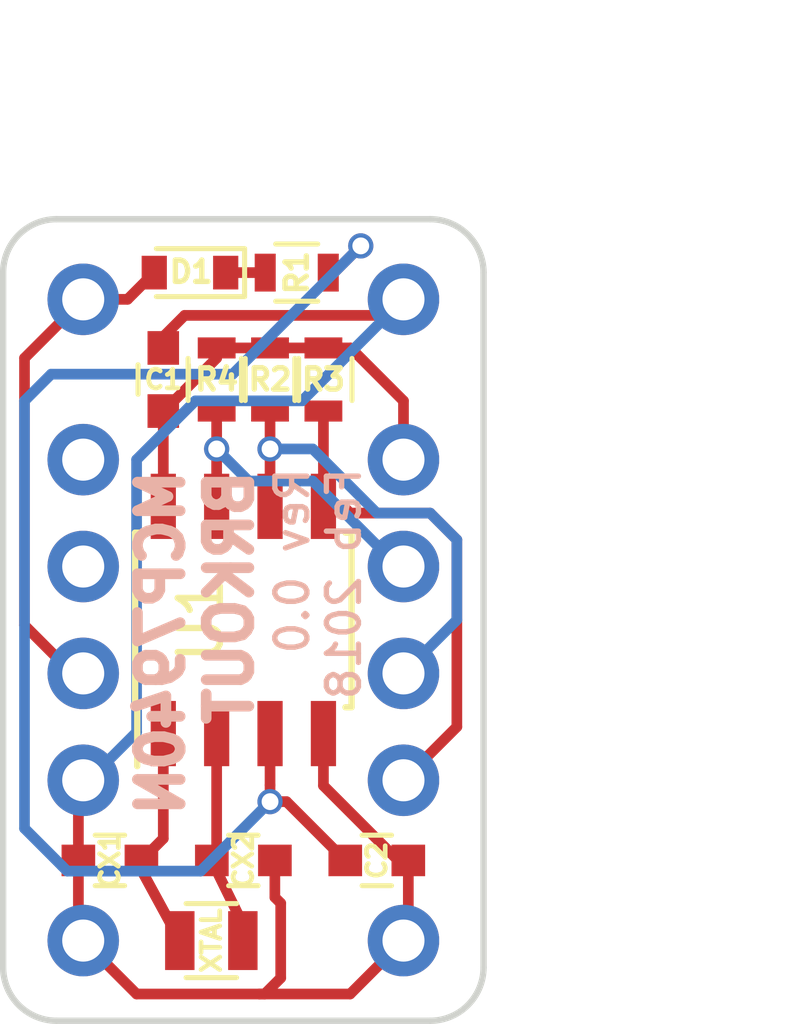
<source format=kicad_pcb>
(kicad_pcb (version 4) (host pcbnew 4.0.7)

  (general
    (links 28)
    (no_connects 0)
    (area 145.339999 103.429999 156.920001 122.630001)
    (thickness 1.6)
    (drawings 13)
    (tracks 93)
    (zones 0)
    (modules 17)
    (nets 13)
  )

  (page USLetter)
  (title_block
    (title "Arduino Clock")
    (company "Maker's Box")
  )

  (layers
    (0 F.Cu signal)
    (31 B.Cu signal)
    (32 B.Adhes user)
    (33 F.Adhes user)
    (34 B.Paste user)
    (35 F.Paste user)
    (36 B.SilkS user)
    (37 F.SilkS user)
    (38 B.Mask user)
    (39 F.Mask user)
    (40 Dwgs.User user)
    (41 Cmts.User user)
    (42 Eco1.User user)
    (43 Eco2.User user)
    (44 Edge.Cuts user)
    (45 Margin user)
    (46 B.CrtYd user)
    (47 F.CrtYd user)
    (48 B.Fab user)
    (49 F.Fab user hide)
  )

  (setup
    (last_trace_width 0.25)
    (user_trace_width 0.254)
    (user_trace_width 0.3048)
    (user_trace_width 0.4064)
    (user_trace_width 0.6096)
    (trace_clearance 0.2)
    (zone_clearance 0.508)
    (zone_45_only no)
    (trace_min 0.2)
    (segment_width 0.2)
    (edge_width 0.15)
    (via_size 0.6)
    (via_drill 0.4)
    (via_min_size 0.4)
    (via_min_drill 0.3)
    (uvia_size 0.3)
    (uvia_drill 0.1)
    (uvias_allowed no)
    (uvia_min_size 0.2)
    (uvia_min_drill 0.1)
    (pcb_text_width 0.3)
    (pcb_text_size 1.5 1.5)
    (mod_edge_width 0.15)
    (mod_text_size 1 1)
    (mod_text_width 0.15)
    (pad_size 1.7 1.7)
    (pad_drill 1)
    (pad_to_mask_clearance 0)
    (aux_axis_origin 0 0)
    (visible_elements 7FFEFFFF)
    (pcbplotparams
      (layerselection 0x00030_80000001)
      (usegerberextensions false)
      (excludeedgelayer true)
      (linewidth 0.100000)
      (plotframeref false)
      (viasonmask false)
      (mode 1)
      (useauxorigin false)
      (hpglpennumber 1)
      (hpglpenspeed 20)
      (hpglpendiameter 15)
      (hpglpenoverlay 2)
      (psnegative false)
      (psa4output false)
      (plotreference true)
      (plotvalue true)
      (plotinvisibletext false)
      (padsonsilk false)
      (subtractmaskfromsilk false)
      (outputformat 1)
      (mirror false)
      (drillshape 1)
      (scaleselection 1)
      (outputdirectory ""))
  )

  (net 0 "")
  (net 1 GND)
  (net 2 VCC)
  (net 3 "Net-(CX1-Pad1)")
  (net 4 "Net-(CX2-Pad1)")
  (net 5 /SDA)
  (net 6 /SCL)
  (net 7 "Net-(C2-Pad2)")
  (net 8 /MFP)
  (net 9 "Net-(D1-Pad1)")
  (net 10 /VBAT)
  (net 11 "Net-(JL1-Pad1)")
  (net 12 "Net-(JL1-Pad2)")

  (net_class Default "This is the default net class."
    (clearance 0.2)
    (trace_width 0.25)
    (via_dia 0.6)
    (via_drill 0.4)
    (uvia_dia 0.3)
    (uvia_drill 0.1)
    (add_net /MFP)
    (add_net /SCL)
    (add_net /SDA)
    (add_net /VBAT)
    (add_net GND)
    (add_net "Net-(C2-Pad2)")
    (add_net "Net-(CX1-Pad1)")
    (add_net "Net-(CX2-Pad1)")
    (add_net "Net-(D1-Pad1)")
    (add_net "Net-(JL1-Pad1)")
    (add_net "Net-(JL1-Pad2)")
    (add_net VCC)
  )

  (module footprints:C_0603 (layer F.Cu) (tedit 5A92F5FD) (tstamp 5A939B2C)
    (at 149.225 107.315 270)
    (descr "Capacitor SMD 0603, reflow soldering, AVX (see smccp.pdf)")
    (tags "capacitor 0603")
    (path /5A8E98CC)
    (attr smd)
    (fp_text reference C1 (at 0 0 360) (layer F.SilkS)
      (effects (font (size 0.4445 0.4445) (thickness 0.111125)))
    )
    (fp_text value 0.1uF (at 0 1.5 270) (layer F.Fab)
      (effects (font (size 1 1) (thickness 0.15)))
    )
    (fp_line (start 1.4 0.65) (end -1.4 0.65) (layer F.CrtYd) (width 0.05))
    (fp_line (start 1.4 0.65) (end 1.4 -0.65) (layer F.CrtYd) (width 0.05))
    (fp_line (start -1.4 -0.65) (end -1.4 0.65) (layer F.CrtYd) (width 0.05))
    (fp_line (start -1.4 -0.65) (end 1.4 -0.65) (layer F.CrtYd) (width 0.05))
    (fp_line (start 0.35 0.6) (end -0.35 0.6) (layer F.SilkS) (width 0.12))
    (fp_line (start -0.35 -0.6) (end 0.35 -0.6) (layer F.SilkS) (width 0.12))
    (fp_line (start -0.8 -0.4) (end 0.8 -0.4) (layer F.Fab) (width 0.1))
    (fp_line (start 0.8 -0.4) (end 0.8 0.4) (layer F.Fab) (width 0.1))
    (fp_line (start 0.8 0.4) (end -0.8 0.4) (layer F.Fab) (width 0.1))
    (fp_line (start -0.8 0.4) (end -0.8 -0.4) (layer F.Fab) (width 0.1))
    (fp_text user %R (at 0 0 270) (layer F.Fab)
      (effects (font (size 0.3 0.3) (thickness 0.075)))
    )
    (pad 2 smd rect (at 0.75 0 270) (size 0.8 0.75) (layers F.Cu F.Paste F.Mask)
      (net 2 VCC))
    (pad 1 smd rect (at -0.75 0 270) (size 0.8 0.75) (layers F.Cu F.Paste F.Mask)
      (net 1 GND))
    (model Capacitors_SMD.3dshapes/C_0603.wrl
      (at (xyz 0 0 0))
      (scale (xyz 1 1 1))
      (rotate (xyz 0 0 0))
    )
  )

  (module footprints:C_0603 (layer F.Cu) (tedit 5A92F5FD) (tstamp 5A939B3C)
    (at 154.305 118.745 180)
    (descr "Capacitor SMD 0603, reflow soldering, AVX (see smccp.pdf)")
    (tags "capacitor 0603")
    (path /5A9391E2)
    (attr smd)
    (fp_text reference C2 (at 0 0 270) (layer F.SilkS)
      (effects (font (size 0.4445 0.4445) (thickness 0.111125)))
    )
    (fp_text value 100pF (at 0 1.5 180) (layer F.Fab)
      (effects (font (size 1 1) (thickness 0.15)))
    )
    (fp_line (start 1.4 0.65) (end -1.4 0.65) (layer F.CrtYd) (width 0.05))
    (fp_line (start 1.4 0.65) (end 1.4 -0.65) (layer F.CrtYd) (width 0.05))
    (fp_line (start -1.4 -0.65) (end -1.4 0.65) (layer F.CrtYd) (width 0.05))
    (fp_line (start -1.4 -0.65) (end 1.4 -0.65) (layer F.CrtYd) (width 0.05))
    (fp_line (start 0.35 0.6) (end -0.35 0.6) (layer F.SilkS) (width 0.12))
    (fp_line (start -0.35 -0.6) (end 0.35 -0.6) (layer F.SilkS) (width 0.12))
    (fp_line (start -0.8 -0.4) (end 0.8 -0.4) (layer F.Fab) (width 0.1))
    (fp_line (start 0.8 -0.4) (end 0.8 0.4) (layer F.Fab) (width 0.1))
    (fp_line (start 0.8 0.4) (end -0.8 0.4) (layer F.Fab) (width 0.1))
    (fp_line (start -0.8 0.4) (end -0.8 -0.4) (layer F.Fab) (width 0.1))
    (fp_text user %R (at 0 0 180) (layer F.Fab)
      (effects (font (size 0.3 0.3) (thickness 0.075)))
    )
    (pad 2 smd rect (at 0.75 0 180) (size 0.8 0.75) (layers F.Cu F.Paste F.Mask)
      (net 7 "Net-(C2-Pad2)"))
    (pad 1 smd rect (at -0.75 0 180) (size 0.8 0.75) (layers F.Cu F.Paste F.Mask)
      (net 1 GND))
    (model Capacitors_SMD.3dshapes/C_0603.wrl
      (at (xyz 0 0 0))
      (scale (xyz 1 1 1))
      (rotate (xyz 0 0 0))
    )
  )

  (module footprints:C_0603 (layer F.Cu) (tedit 5A92F5FD) (tstamp 5A939B4C)
    (at 147.955 118.745 180)
    (descr "Capacitor SMD 0603, reflow soldering, AVX (see smccp.pdf)")
    (tags "capacitor 0603")
    (path /5A9384A5)
    (attr smd)
    (fp_text reference CX1 (at 0 0 270) (layer F.SilkS)
      (effects (font (size 0.4445 0.4445) (thickness 0.111125)))
    )
    (fp_text value 10pF (at 0 1.5 180) (layer F.Fab)
      (effects (font (size 1 1) (thickness 0.15)))
    )
    (fp_line (start 1.4 0.65) (end -1.4 0.65) (layer F.CrtYd) (width 0.05))
    (fp_line (start 1.4 0.65) (end 1.4 -0.65) (layer F.CrtYd) (width 0.05))
    (fp_line (start -1.4 -0.65) (end -1.4 0.65) (layer F.CrtYd) (width 0.05))
    (fp_line (start -1.4 -0.65) (end 1.4 -0.65) (layer F.CrtYd) (width 0.05))
    (fp_line (start 0.35 0.6) (end -0.35 0.6) (layer F.SilkS) (width 0.12))
    (fp_line (start -0.35 -0.6) (end 0.35 -0.6) (layer F.SilkS) (width 0.12))
    (fp_line (start -0.8 -0.4) (end 0.8 -0.4) (layer F.Fab) (width 0.1))
    (fp_line (start 0.8 -0.4) (end 0.8 0.4) (layer F.Fab) (width 0.1))
    (fp_line (start 0.8 0.4) (end -0.8 0.4) (layer F.Fab) (width 0.1))
    (fp_line (start -0.8 0.4) (end -0.8 -0.4) (layer F.Fab) (width 0.1))
    (fp_text user %R (at 0 0 180) (layer F.Fab)
      (effects (font (size 0.3 0.3) (thickness 0.075)))
    )
    (pad 2 smd rect (at 0.75 0 180) (size 0.8 0.75) (layers F.Cu F.Paste F.Mask)
      (net 1 GND))
    (pad 1 smd rect (at -0.75 0 180) (size 0.8 0.75) (layers F.Cu F.Paste F.Mask)
      (net 3 "Net-(CX1-Pad1)"))
    (model Capacitors_SMD.3dshapes/C_0603.wrl
      (at (xyz 0 0 0))
      (scale (xyz 1 1 1))
      (rotate (xyz 0 0 0))
    )
  )

  (module footprints:C_0603 (layer F.Cu) (tedit 5A92F5FD) (tstamp 5A939B5C)
    (at 151.13 118.745)
    (descr "Capacitor SMD 0603, reflow soldering, AVX (see smccp.pdf)")
    (tags "capacitor 0603")
    (path /5A9384E8)
    (attr smd)
    (fp_text reference CX2 (at 0 0 90) (layer F.SilkS)
      (effects (font (size 0.4445 0.4445) (thickness 0.111125)))
    )
    (fp_text value 10pF (at 0 1.5) (layer F.Fab)
      (effects (font (size 1 1) (thickness 0.15)))
    )
    (fp_line (start 1.4 0.65) (end -1.4 0.65) (layer F.CrtYd) (width 0.05))
    (fp_line (start 1.4 0.65) (end 1.4 -0.65) (layer F.CrtYd) (width 0.05))
    (fp_line (start -1.4 -0.65) (end -1.4 0.65) (layer F.CrtYd) (width 0.05))
    (fp_line (start -1.4 -0.65) (end 1.4 -0.65) (layer F.CrtYd) (width 0.05))
    (fp_line (start 0.35 0.6) (end -0.35 0.6) (layer F.SilkS) (width 0.12))
    (fp_line (start -0.35 -0.6) (end 0.35 -0.6) (layer F.SilkS) (width 0.12))
    (fp_line (start -0.8 -0.4) (end 0.8 -0.4) (layer F.Fab) (width 0.1))
    (fp_line (start 0.8 -0.4) (end 0.8 0.4) (layer F.Fab) (width 0.1))
    (fp_line (start 0.8 0.4) (end -0.8 0.4) (layer F.Fab) (width 0.1))
    (fp_line (start -0.8 0.4) (end -0.8 -0.4) (layer F.Fab) (width 0.1))
    (fp_text user %R (at 0 0) (layer F.Fab)
      (effects (font (size 0.3 0.3) (thickness 0.075)))
    )
    (pad 2 smd rect (at 0.75 0) (size 0.8 0.75) (layers F.Cu F.Paste F.Mask)
      (net 1 GND))
    (pad 1 smd rect (at -0.75 0) (size 0.8 0.75) (layers F.Cu F.Paste F.Mask)
      (net 4 "Net-(CX2-Pad1)"))
    (model Capacitors_SMD.3dshapes/C_0603.wrl
      (at (xyz 0 0 0))
      (scale (xyz 1 1 1))
      (rotate (xyz 0 0 0))
    )
  )

  (module footprints:D_0603 (layer F.Cu) (tedit 5A92F5A2) (tstamp 5A939B6C)
    (at 149.86 104.775 180)
    (descr "Diode SMD in 0603 package http://datasheets.avx.com/schottky.pdf")
    (tags "smd diode")
    (path /5A93903A)
    (attr smd)
    (fp_text reference D1 (at -0.02736 0.01904 180) (layer F.SilkS)
      (effects (font (size 0.508 0.508) (thickness 0.127)))
    )
    (fp_text value D_Schottky (at 0 1.4 180) (layer F.Fab)
      (effects (font (size 1 1) (thickness 0.15)))
    )
    (fp_text user %R (at 0 -1.4 180) (layer F.Fab)
      (effects (font (size 1 1) (thickness 0.15)))
    )
    (fp_line (start -1.3 -0.57) (end -1.3 0.57) (layer F.SilkS) (width 0.12))
    (fp_line (start 1.4 0.67) (end 1.4 -0.67) (layer F.CrtYd) (width 0.05))
    (fp_line (start -1.4 0.67) (end 1.4 0.67) (layer F.CrtYd) (width 0.05))
    (fp_line (start -1.4 -0.67) (end -1.4 0.67) (layer F.CrtYd) (width 0.05))
    (fp_line (start 1.4 -0.67) (end -1.4 -0.67) (layer F.CrtYd) (width 0.05))
    (fp_line (start 0.2 0) (end 0.4 0) (layer F.Fab) (width 0.1))
    (fp_line (start -0.1 0) (end -0.3 0) (layer F.Fab) (width 0.1))
    (fp_line (start -0.1 -0.2) (end -0.1 0.2) (layer F.Fab) (width 0.1))
    (fp_line (start 0.2 0.2) (end 0.2 -0.2) (layer F.Fab) (width 0.1))
    (fp_line (start -0.1 0) (end 0.2 0.2) (layer F.Fab) (width 0.1))
    (fp_line (start 0.2 -0.2) (end -0.1 0) (layer F.Fab) (width 0.1))
    (fp_line (start -0.8 0.45) (end -0.8 -0.45) (layer F.Fab) (width 0.1))
    (fp_line (start 0.8 0.45) (end -0.8 0.45) (layer F.Fab) (width 0.1))
    (fp_line (start 0.8 -0.45) (end 0.8 0.45) (layer F.Fab) (width 0.1))
    (fp_line (start -0.8 -0.45) (end 0.8 -0.45) (layer F.Fab) (width 0.1))
    (fp_line (start -1.3 0.57) (end 0.8 0.57) (layer F.SilkS) (width 0.12))
    (fp_line (start -1.3 -0.57) (end 0.8 -0.57) (layer F.SilkS) (width 0.12))
    (pad 1 smd rect (at -0.85 0 180) (size 0.6 0.8) (layers F.Cu F.Paste F.Mask)
      (net 9 "Net-(D1-Pad1)"))
    (pad 2 smd rect (at 0.85 0 180) (size 0.6 0.8) (layers F.Cu F.Paste F.Mask)
      (net 10 /VBAT))
    (model ${KISYS3DMOD}/Diodes_SMD.3dshapes/D_0603.wrl
      (at (xyz 0 0 0))
      (scale (xyz 1 1 1))
      (rotate (xyz 0 0 0))
    )
  )

  (module footprints:Pin_Header_Straight_1x04_Pitch2.54mm (layer F.Cu) (tedit 5A9245DB) (tstamp 5A939B83)
    (at 147.32 109.22)
    (descr "Through hole straight pin header, 1x04, 2.54mm pitch, single row")
    (tags "Through hole pin header THT 1x04 2.54mm single row")
    (path /5A939A54)
    (fp_text reference JL1 (at 0.08128 3.94208 90) (layer F.SilkS) hide
      (effects (font (size 1 1) (thickness 0.15)))
    )
    (fp_text value Conn_01x04 (at 0 9.95) (layer F.Fab) hide
      (effects (font (size 1 1) (thickness 0.15)))
    )
    (fp_line (start -0.635 -1.27) (end 1.27 -1.27) (layer F.Fab) (width 0.1))
    (fp_line (start 1.27 -1.27) (end 1.27 8.89) (layer F.Fab) (width 0.1))
    (fp_line (start 1.27 8.89) (end -1.27 8.89) (layer F.Fab) (width 0.1))
    (fp_line (start -1.27 8.89) (end -1.27 -0.635) (layer F.Fab) (width 0.1))
    (fp_line (start -1.27 -0.635) (end -0.635 -1.27) (layer F.Fab) (width 0.1))
    (fp_line (start -1.8 -1.8) (end -1.8 9.4) (layer F.CrtYd) (width 0.05))
    (fp_line (start -1.8 9.4) (end 1.8 9.4) (layer F.CrtYd) (width 0.05))
    (fp_line (start 1.8 9.4) (end 1.8 -1.8) (layer F.CrtYd) (width 0.05))
    (fp_line (start 1.8 -1.8) (end -1.8 -1.8) (layer F.CrtYd) (width 0.05))
    (fp_text user %R (at 0 3.81 90) (layer F.Fab)
      (effects (font (size 1 1) (thickness 0.15)))
    )
    (pad 1 thru_hole circle (at 0 0) (size 1.7 1.7) (drill 1) (layers *.Cu *.Mask)
      (net 11 "Net-(JL1-Pad1)"))
    (pad 2 thru_hole oval (at 0 2.54) (size 1.7 1.7) (drill 1) (layers *.Cu *.Mask)
      (net 12 "Net-(JL1-Pad2)"))
    (pad 3 thru_hole oval (at 0 5.08) (size 1.7 1.7) (drill 1) (layers *.Cu *.Mask)
      (net 10 /VBAT))
    (pad 4 thru_hole oval (at 0 7.62) (size 1.7 1.7) (drill 1) (layers *.Cu *.Mask)
      (net 1 GND))
  )

  (module footprints:Pin_Header_Straight_1x04_Pitch2.54mm (layer F.Cu) (tedit 5A9245DB) (tstamp 5A939B94)
    (at 154.94 109.22)
    (descr "Through hole straight pin header, 1x04, 2.54mm pitch, single row")
    (tags "Through hole pin header THT 1x04 2.54mm single row")
    (path /5A939751)
    (fp_text reference JR1 (at 0.08128 3.94208 90) (layer F.SilkS) hide
      (effects (font (size 1 1) (thickness 0.15)))
    )
    (fp_text value Conn_01x04 (at 0 9.95) (layer F.Fab) hide
      (effects (font (size 1 1) (thickness 0.15)))
    )
    (fp_line (start -0.635 -1.27) (end 1.27 -1.27) (layer F.Fab) (width 0.1))
    (fp_line (start 1.27 -1.27) (end 1.27 8.89) (layer F.Fab) (width 0.1))
    (fp_line (start 1.27 8.89) (end -1.27 8.89) (layer F.Fab) (width 0.1))
    (fp_line (start -1.27 8.89) (end -1.27 -0.635) (layer F.Fab) (width 0.1))
    (fp_line (start -1.27 -0.635) (end -0.635 -1.27) (layer F.Fab) (width 0.1))
    (fp_line (start -1.8 -1.8) (end -1.8 9.4) (layer F.CrtYd) (width 0.05))
    (fp_line (start -1.8 9.4) (end 1.8 9.4) (layer F.CrtYd) (width 0.05))
    (fp_line (start 1.8 9.4) (end 1.8 -1.8) (layer F.CrtYd) (width 0.05))
    (fp_line (start 1.8 -1.8) (end -1.8 -1.8) (layer F.CrtYd) (width 0.05))
    (fp_text user %R (at 0 3.81 90) (layer F.Fab)
      (effects (font (size 1 1) (thickness 0.15)))
    )
    (pad 1 thru_hole circle (at 0 0) (size 1.7 1.7) (drill 1) (layers *.Cu *.Mask)
      (net 2 VCC))
    (pad 2 thru_hole oval (at 0 2.54) (size 1.7 1.7) (drill 1) (layers *.Cu *.Mask)
      (net 8 /MFP))
    (pad 3 thru_hole oval (at 0 5.08) (size 1.7 1.7) (drill 1) (layers *.Cu *.Mask)
      (net 6 /SCL))
    (pad 4 thru_hole oval (at 0 7.62) (size 1.7 1.7) (drill 1) (layers *.Cu *.Mask)
      (net 5 /SDA))
  )

  (module footprints:R_0603 (layer F.Cu) (tedit 5A92F73A) (tstamp 5A939BA5)
    (at 152.4 104.775)
    (descr "Resistor SMD 0603, reflow soldering, Vishay (see dcrcw.pdf)")
    (tags "resistor 0603")
    (path /5A939071)
    (attr smd)
    (fp_text reference R1 (at 0 0 90) (layer F.SilkS)
      (effects (font (size 0.508 0.508) (thickness 0.127)))
    )
    (fp_text value 1K (at 0 1.5) (layer F.Fab)
      (effects (font (size 1 1) (thickness 0.15)))
    )
    (fp_text user %R (at 0 0) (layer F.Fab)
      (effects (font (size 0.4 0.4) (thickness 0.075)))
    )
    (fp_line (start -0.8 0.4) (end -0.8 -0.4) (layer F.Fab) (width 0.1))
    (fp_line (start 0.8 0.4) (end -0.8 0.4) (layer F.Fab) (width 0.1))
    (fp_line (start 0.8 -0.4) (end 0.8 0.4) (layer F.Fab) (width 0.1))
    (fp_line (start -0.8 -0.4) (end 0.8 -0.4) (layer F.Fab) (width 0.1))
    (fp_line (start 0.5 0.68) (end -0.5 0.68) (layer F.SilkS) (width 0.12))
    (fp_line (start -0.5 -0.68) (end 0.5 -0.68) (layer F.SilkS) (width 0.12))
    (fp_line (start -1.25 -0.7) (end 1.25 -0.7) (layer F.CrtYd) (width 0.05))
    (fp_line (start -1.25 -0.7) (end -1.25 0.7) (layer F.CrtYd) (width 0.05))
    (fp_line (start 1.25 0.7) (end 1.25 -0.7) (layer F.CrtYd) (width 0.05))
    (fp_line (start 1.25 0.7) (end -1.25 0.7) (layer F.CrtYd) (width 0.05))
    (pad 1 smd rect (at -0.75 0) (size 0.5 0.9) (layers F.Cu F.Paste F.Mask)
      (net 9 "Net-(D1-Pad1)"))
    (pad 2 smd rect (at 0.75 0) (size 0.5 0.9) (layers F.Cu F.Paste F.Mask)
      (net 7 "Net-(C2-Pad2)"))
    (model ${KISYS3DMOD}/Resistors_SMD.3dshapes/R_0603.wrl
      (at (xyz 0 0 0))
      (scale (xyz 1 1 1))
      (rotate (xyz 0 0 0))
    )
  )

  (module footprints:R_0603 (layer F.Cu) (tedit 5A92F73A) (tstamp 5A939BB5)
    (at 151.765 107.315 90)
    (descr "Resistor SMD 0603, reflow soldering, Vishay (see dcrcw.pdf)")
    (tags "resistor 0603")
    (path /5A93696B)
    (attr smd)
    (fp_text reference R2 (at 0 0 180) (layer F.SilkS)
      (effects (font (size 0.508 0.508) (thickness 0.127)))
    )
    (fp_text value 2K (at 0 1.5 90) (layer F.Fab)
      (effects (font (size 1 1) (thickness 0.15)))
    )
    (fp_text user %R (at 0 0 90) (layer F.Fab)
      (effects (font (size 0.4 0.4) (thickness 0.075)))
    )
    (fp_line (start -0.8 0.4) (end -0.8 -0.4) (layer F.Fab) (width 0.1))
    (fp_line (start 0.8 0.4) (end -0.8 0.4) (layer F.Fab) (width 0.1))
    (fp_line (start 0.8 -0.4) (end 0.8 0.4) (layer F.Fab) (width 0.1))
    (fp_line (start -0.8 -0.4) (end 0.8 -0.4) (layer F.Fab) (width 0.1))
    (fp_line (start 0.5 0.68) (end -0.5 0.68) (layer F.SilkS) (width 0.12))
    (fp_line (start -0.5 -0.68) (end 0.5 -0.68) (layer F.SilkS) (width 0.12))
    (fp_line (start -1.25 -0.7) (end 1.25 -0.7) (layer F.CrtYd) (width 0.05))
    (fp_line (start -1.25 -0.7) (end -1.25 0.7) (layer F.CrtYd) (width 0.05))
    (fp_line (start 1.25 0.7) (end 1.25 -0.7) (layer F.CrtYd) (width 0.05))
    (fp_line (start 1.25 0.7) (end -1.25 0.7) (layer F.CrtYd) (width 0.05))
    (pad 1 smd rect (at -0.75 0 90) (size 0.5 0.9) (layers F.Cu F.Paste F.Mask)
      (net 6 /SCL))
    (pad 2 smd rect (at 0.75 0 90) (size 0.5 0.9) (layers F.Cu F.Paste F.Mask)
      (net 2 VCC))
    (model ${KISYS3DMOD}/Resistors_SMD.3dshapes/R_0603.wrl
      (at (xyz 0 0 0))
      (scale (xyz 1 1 1))
      (rotate (xyz 0 0 0))
    )
  )

  (module footprints:R_0603 (layer F.Cu) (tedit 5A92F73A) (tstamp 5A939BC5)
    (at 153.035 107.315 90)
    (descr "Resistor SMD 0603, reflow soldering, Vishay (see dcrcw.pdf)")
    (tags "resistor 0603")
    (path /5A9368CC)
    (attr smd)
    (fp_text reference R3 (at 0 0 180) (layer F.SilkS)
      (effects (font (size 0.508 0.508) (thickness 0.127)))
    )
    (fp_text value 2K (at 0 1.5 90) (layer F.Fab)
      (effects (font (size 1 1) (thickness 0.15)))
    )
    (fp_text user %R (at 0 0 90) (layer F.Fab)
      (effects (font (size 0.4 0.4) (thickness 0.075)))
    )
    (fp_line (start -0.8 0.4) (end -0.8 -0.4) (layer F.Fab) (width 0.1))
    (fp_line (start 0.8 0.4) (end -0.8 0.4) (layer F.Fab) (width 0.1))
    (fp_line (start 0.8 -0.4) (end 0.8 0.4) (layer F.Fab) (width 0.1))
    (fp_line (start -0.8 -0.4) (end 0.8 -0.4) (layer F.Fab) (width 0.1))
    (fp_line (start 0.5 0.68) (end -0.5 0.68) (layer F.SilkS) (width 0.12))
    (fp_line (start -0.5 -0.68) (end 0.5 -0.68) (layer F.SilkS) (width 0.12))
    (fp_line (start -1.25 -0.7) (end 1.25 -0.7) (layer F.CrtYd) (width 0.05))
    (fp_line (start -1.25 -0.7) (end -1.25 0.7) (layer F.CrtYd) (width 0.05))
    (fp_line (start 1.25 0.7) (end 1.25 -0.7) (layer F.CrtYd) (width 0.05))
    (fp_line (start 1.25 0.7) (end -1.25 0.7) (layer F.CrtYd) (width 0.05))
    (pad 1 smd rect (at -0.75 0 90) (size 0.5 0.9) (layers F.Cu F.Paste F.Mask)
      (net 5 /SDA))
    (pad 2 smd rect (at 0.75 0 90) (size 0.5 0.9) (layers F.Cu F.Paste F.Mask)
      (net 2 VCC))
    (model ${KISYS3DMOD}/Resistors_SMD.3dshapes/R_0603.wrl
      (at (xyz 0 0 0))
      (scale (xyz 1 1 1))
      (rotate (xyz 0 0 0))
    )
  )

  (module footprints:R_0603 (layer F.Cu) (tedit 5A92F73A) (tstamp 5A939BD5)
    (at 150.495 107.315 90)
    (descr "Resistor SMD 0603, reflow soldering, Vishay (see dcrcw.pdf)")
    (tags "resistor 0603")
    (path /5A93A18F)
    (attr smd)
    (fp_text reference R4 (at 0 0 180) (layer F.SilkS)
      (effects (font (size 0.508 0.508) (thickness 0.127)))
    )
    (fp_text value 10K (at 0 1.5 90) (layer F.Fab)
      (effects (font (size 1 1) (thickness 0.15)))
    )
    (fp_text user %R (at 0 0 90) (layer F.Fab)
      (effects (font (size 0.4 0.4) (thickness 0.075)))
    )
    (fp_line (start -0.8 0.4) (end -0.8 -0.4) (layer F.Fab) (width 0.1))
    (fp_line (start 0.8 0.4) (end -0.8 0.4) (layer F.Fab) (width 0.1))
    (fp_line (start 0.8 -0.4) (end 0.8 0.4) (layer F.Fab) (width 0.1))
    (fp_line (start -0.8 -0.4) (end 0.8 -0.4) (layer F.Fab) (width 0.1))
    (fp_line (start 0.5 0.68) (end -0.5 0.68) (layer F.SilkS) (width 0.12))
    (fp_line (start -0.5 -0.68) (end 0.5 -0.68) (layer F.SilkS) (width 0.12))
    (fp_line (start -1.25 -0.7) (end 1.25 -0.7) (layer F.CrtYd) (width 0.05))
    (fp_line (start -1.25 -0.7) (end -1.25 0.7) (layer F.CrtYd) (width 0.05))
    (fp_line (start 1.25 0.7) (end 1.25 -0.7) (layer F.CrtYd) (width 0.05))
    (fp_line (start 1.25 0.7) (end -1.25 0.7) (layer F.CrtYd) (width 0.05))
    (pad 1 smd rect (at -0.75 0 90) (size 0.5 0.9) (layers F.Cu F.Paste F.Mask)
      (net 8 /MFP))
    (pad 2 smd rect (at 0.75 0 90) (size 0.5 0.9) (layers F.Cu F.Paste F.Mask)
      (net 2 VCC))
    (model ${KISYS3DMOD}/Resistors_SMD.3dshapes/R_0603.wrl
      (at (xyz 0 0 0))
      (scale (xyz 1 1 1))
      (rotate (xyz 0 0 0))
    )
  )

  (module footprints:SOIC-8_3.9x4.9mm_Pitch1.27mm (layer F.Cu) (tedit 5A92F525) (tstamp 5A939BE5)
    (at 151.13 113.03 90)
    (descr "8-Lead Plastic Small Outline (SN) - Narrow, 3.90 mm Body [SOIC] (see Microchip Packaging Specification 00000049BS.pdf)")
    (tags "SOIC 1.27")
    (path /5A8E6B76)
    (attr smd)
    (fp_text reference U1 (at 0 -1.016 90) (layer F.SilkS)
      (effects (font (size 1 1) (thickness 0.15)))
    )
    (fp_text value RTC (at 0 3.5 90) (layer F.Fab)
      (effects (font (size 1 1) (thickness 0.15)))
    )
    (fp_text user %R (at 0 0 90) (layer F.Fab)
      (effects (font (size 1 1) (thickness 0.15)))
    )
    (fp_line (start -0.95 -2.45) (end 1.95 -2.45) (layer F.Fab) (width 0.1))
    (fp_line (start 1.95 -2.45) (end 1.95 2.45) (layer F.Fab) (width 0.1))
    (fp_line (start 1.95 2.45) (end -1.95 2.45) (layer F.Fab) (width 0.1))
    (fp_line (start -1.95 2.45) (end -1.95 -1.45) (layer F.Fab) (width 0.1))
    (fp_line (start -1.95 -1.45) (end -0.95 -2.45) (layer F.Fab) (width 0.1))
    (fp_line (start -3.73 -2.7) (end -3.73 2.7) (layer F.CrtYd) (width 0.05))
    (fp_line (start 3.73 -2.7) (end 3.73 2.7) (layer F.CrtYd) (width 0.05))
    (fp_line (start -3.73 -2.7) (end 3.73 -2.7) (layer F.CrtYd) (width 0.05))
    (fp_line (start -3.73 2.7) (end 3.73 2.7) (layer F.CrtYd) (width 0.05))
    (fp_line (start -2.075 -2.575) (end -2.075 -2.525) (layer F.SilkS) (width 0.15))
    (fp_line (start 2.075 -2.575) (end 2.075 -2.43) (layer F.SilkS) (width 0.15))
    (fp_line (start 2.075 2.575) (end 2.075 2.43) (layer F.SilkS) (width 0.15))
    (fp_line (start -2.075 2.575) (end -2.075 2.43) (layer F.SilkS) (width 0.15))
    (fp_line (start -2.075 -2.575) (end 2.075 -2.575) (layer F.SilkS) (width 0.15))
    (fp_line (start -2.075 2.575) (end 2.075 2.575) (layer F.SilkS) (width 0.15))
    (fp_line (start -2.075 -2.525) (end -3.475 -2.525) (layer F.SilkS) (width 0.15))
    (pad 1 smd rect (at -2.7 -1.905 90) (size 1.55 0.6) (layers F.Cu F.Paste F.Mask)
      (net 3 "Net-(CX1-Pad1)"))
    (pad 2 smd rect (at -2.7 -0.635 90) (size 1.55 0.6) (layers F.Cu F.Paste F.Mask)
      (net 4 "Net-(CX2-Pad1)"))
    (pad 3 smd rect (at -2.7 0.635 90) (size 1.55 0.6) (layers F.Cu F.Paste F.Mask)
      (net 7 "Net-(C2-Pad2)"))
    (pad 4 smd rect (at -2.7 1.905 90) (size 1.55 0.6) (layers F.Cu F.Paste F.Mask)
      (net 1 GND))
    (pad 5 smd rect (at 2.7 1.905 90) (size 1.55 0.6) (layers F.Cu F.Paste F.Mask)
      (net 5 /SDA))
    (pad 6 smd rect (at 2.7 0.635 90) (size 1.55 0.6) (layers F.Cu F.Paste F.Mask)
      (net 6 /SCL))
    (pad 7 smd rect (at 2.7 -0.635 90) (size 1.55 0.6) (layers F.Cu F.Paste F.Mask)
      (net 8 /MFP))
    (pad 8 smd rect (at 2.7 -1.905 90) (size 1.55 0.6) (layers F.Cu F.Paste F.Mask)
      (net 2 VCC))
    (model ${KISYS3DMOD}/Housings_SOIC.3dshapes/SOIC-8_3.9x4.9mm_Pitch1.27mm.wrl
      (at (xyz 0 0 0))
      (scale (xyz 1 1 1))
      (rotate (xyz 0 0 0))
    )
  )

  (module footprints:crystal_smd (layer F.Cu) (tedit 5A9244CF) (tstamp 5A9235A0)
    (at 150.368 120.65)
    (descr "Resistor SMD 0805, reflow soldering, Vishay (see dcrcw.pdf)")
    (tags "resistor 0805")
    (path /5A8E64A3)
    (attr smd)
    (fp_text reference Crystal1 (at 0.14928 -0.09424) (layer F.SilkS) hide
      (effects (font (size 0.508 0.508) (thickness 0.127)))
    )
    (fp_text value 32.768 (at 0 1.75) (layer F.Fab) hide
      (effects (font (size 1 1) (thickness 0.15)))
    )
    (fp_text user %R (at 0 0) (layer F.Fab)
      (effects (font (size 0.5 0.5) (thickness 0.075)))
    )
    (fp_line (start -1 0.62) (end -1 -0.62) (layer F.Fab) (width 0.1))
    (fp_line (start 1 0.62) (end -1 0.62) (layer F.Fab) (width 0.1))
    (fp_line (start 1 -0.62) (end 1 0.62) (layer F.Fab) (width 0.1))
    (fp_line (start -1 -0.62) (end 1 -0.62) (layer F.Fab) (width 0.1))
    (fp_line (start 0.6 0.88) (end -0.6 0.88) (layer F.SilkS) (width 0.12))
    (fp_line (start -0.6 -0.88) (end 0.6 -0.88) (layer F.SilkS) (width 0.12))
    (fp_line (start -1.55 -0.9) (end 1.55 -0.9) (layer F.CrtYd) (width 0.05))
    (fp_line (start -1.55 -0.9) (end -1.55 0.9) (layer F.CrtYd) (width 0.05))
    (fp_line (start 1.55 0.9) (end 1.55 -0.9) (layer F.CrtYd) (width 0.05))
    (fp_line (start 1.55 0.9) (end -1.55 0.9) (layer F.CrtYd) (width 0.05))
    (pad 1 smd rect (at -0.75 0) (size 0.7 1.4) (layers F.Cu F.Paste F.Mask)
      (net 3 "Net-(CX1-Pad1)"))
    (pad 2 smd rect (at 0.75 0) (size 0.7 1.4) (layers F.Cu F.Paste F.Mask)
      (net 4 "Net-(CX2-Pad1)"))
    (model ${KISYS3DMOD}/Resistors_SMD.3dshapes/R_0805.wrl
      (at (xyz 0 0 0))
      (scale (xyz 1 1 1))
      (rotate (xyz 0 0 0))
    )
  )

  (module footprints:Pin_Header_Straight_1x01_Pitch2.54mm (layer F.Cu) (tedit 5A92EB53) (tstamp 5A939ED3)
    (at 147.32 105.41)
    (descr "Through hole straight pin header, 1x01, 2.54mm pitch, single row")
    (tags "Through hole pin header THT 1x01 2.54mm single row")
    (path /5A93ABE2)
    (fp_text reference P1 (at 0 -0.635) (layer F.SilkS) hide
      (effects (font (size 0.254 0.254) (thickness 0.0635)))
    )
    (fp_text value Pin (at 0 0.635) (layer F.Fab) hide
      (effects (font (size 1 1) (thickness 0.15)))
    )
    (fp_line (start -0.635 -1.27) (end 1.27 -1.27) (layer F.Fab) (width 0.1))
    (fp_line (start 1.27 -1.27) (end 1.27 1.27) (layer F.Fab) (width 0.1))
    (fp_line (start 1.27 1.27) (end -1.27 1.27) (layer F.Fab) (width 0.1))
    (fp_line (start -1.27 1.27) (end -1.27 -0.635) (layer F.Fab) (width 0.1))
    (fp_line (start -1.27 -0.635) (end -0.635 -1.27) (layer F.Fab) (width 0.1))
    (fp_text user %R (at 0 0 90) (layer F.Fab)
      (effects (font (size 0.254 0.254) (thickness 0.0635)))
    )
    (pad 1 thru_hole circle (at 0 0) (size 1.7 1.7) (drill 1) (layers *.Cu *.Mask)
      (net 10 /VBAT))
    (model ${KISYS3DMOD}/Pin_Headers.3dshapes/Pin_Header_Straight_1x01_Pitch2.54mm.wrl
      (at (xyz 0 0 0))
      (scale (xyz 1 1 1))
      (rotate (xyz 0 0 0))
    )
  )

  (module footprints:Pin_Header_Straight_1x01_Pitch2.54mm (layer F.Cu) (tedit 5A92EB53) (tstamp 5A939EDD)
    (at 147.32 120.65)
    (descr "Through hole straight pin header, 1x01, 2.54mm pitch, single row")
    (tags "Through hole pin header THT 1x01 2.54mm single row")
    (path /5A93AC8C)
    (fp_text reference P2 (at 0 -0.635) (layer F.SilkS) hide
      (effects (font (size 0.254 0.254) (thickness 0.0635)))
    )
    (fp_text value Pin (at 0 0.635) (layer F.Fab) hide
      (effects (font (size 1 1) (thickness 0.15)))
    )
    (fp_line (start -0.635 -1.27) (end 1.27 -1.27) (layer F.Fab) (width 0.1))
    (fp_line (start 1.27 -1.27) (end 1.27 1.27) (layer F.Fab) (width 0.1))
    (fp_line (start 1.27 1.27) (end -1.27 1.27) (layer F.Fab) (width 0.1))
    (fp_line (start -1.27 1.27) (end -1.27 -0.635) (layer F.Fab) (width 0.1))
    (fp_line (start -1.27 -0.635) (end -0.635 -1.27) (layer F.Fab) (width 0.1))
    (fp_text user %R (at 0 0 90) (layer F.Fab)
      (effects (font (size 0.254 0.254) (thickness 0.0635)))
    )
    (pad 1 thru_hole circle (at 0 0) (size 1.7 1.7) (drill 1) (layers *.Cu *.Mask)
      (net 1 GND))
    (model ${KISYS3DMOD}/Pin_Headers.3dshapes/Pin_Header_Straight_1x01_Pitch2.54mm.wrl
      (at (xyz 0 0 0))
      (scale (xyz 1 1 1))
      (rotate (xyz 0 0 0))
    )
  )

  (module footprints:Pin_Header_Straight_1x01_Pitch2.54mm (layer F.Cu) (tedit 5A92EB53) (tstamp 5A939EE7)
    (at 154.94 105.41)
    (descr "Through hole straight pin header, 1x01, 2.54mm pitch, single row")
    (tags "Through hole pin header THT 1x01 2.54mm single row")
    (path /5A93B4D6)
    (fp_text reference P3 (at 0 -0.635) (layer F.SilkS) hide
      (effects (font (size 0.254 0.254) (thickness 0.0635)))
    )
    (fp_text value Pin (at 0 0.635) (layer F.Fab) hide
      (effects (font (size 1 1) (thickness 0.15)))
    )
    (fp_line (start -0.635 -1.27) (end 1.27 -1.27) (layer F.Fab) (width 0.1))
    (fp_line (start 1.27 -1.27) (end 1.27 1.27) (layer F.Fab) (width 0.1))
    (fp_line (start 1.27 1.27) (end -1.27 1.27) (layer F.Fab) (width 0.1))
    (fp_line (start -1.27 1.27) (end -1.27 -0.635) (layer F.Fab) (width 0.1))
    (fp_line (start -1.27 -0.635) (end -0.635 -1.27) (layer F.Fab) (width 0.1))
    (fp_text user %R (at 0 0 90) (layer F.Fab)
      (effects (font (size 0.254 0.254) (thickness 0.0635)))
    )
    (pad 1 thru_hole circle (at 0 0) (size 1.7 1.7) (drill 1) (layers *.Cu *.Mask)
      (net 1 GND))
    (model ${KISYS3DMOD}/Pin_Headers.3dshapes/Pin_Header_Straight_1x01_Pitch2.54mm.wrl
      (at (xyz 0 0 0))
      (scale (xyz 1 1 1))
      (rotate (xyz 0 0 0))
    )
  )

  (module footprints:Pin_Header_Straight_1x01_Pitch2.54mm (layer F.Cu) (tedit 5A92EB53) (tstamp 5A939EF1)
    (at 154.94 120.65)
    (descr "Through hole straight pin header, 1x01, 2.54mm pitch, single row")
    (tags "Through hole pin header THT 1x01 2.54mm single row")
    (path /5A93B466)
    (fp_text reference P4 (at 0 -0.635) (layer F.SilkS) hide
      (effects (font (size 0.254 0.254) (thickness 0.0635)))
    )
    (fp_text value Pin (at 0 0.635) (layer F.Fab) hide
      (effects (font (size 1 1) (thickness 0.15)))
    )
    (fp_line (start -0.635 -1.27) (end 1.27 -1.27) (layer F.Fab) (width 0.1))
    (fp_line (start 1.27 -1.27) (end 1.27 1.27) (layer F.Fab) (width 0.1))
    (fp_line (start 1.27 1.27) (end -1.27 1.27) (layer F.Fab) (width 0.1))
    (fp_line (start -1.27 1.27) (end -1.27 -0.635) (layer F.Fab) (width 0.1))
    (fp_line (start -1.27 -0.635) (end -0.635 -1.27) (layer F.Fab) (width 0.1))
    (fp_text user %R (at 0 0 90) (layer F.Fab)
      (effects (font (size 0.254 0.254) (thickness 0.0635)))
    )
    (pad 1 thru_hole circle (at 0 0) (size 1.7 1.7) (drill 1) (layers *.Cu *.Mask)
      (net 1 GND))
    (model ${KISYS3DMOD}/Pin_Headers.3dshapes/Pin_Header_Straight_1x01_Pitch2.54mm.wrl
      (at (xyz 0 0 0))
      (scale (xyz 1 1 1))
      (rotate (xyz 0 0 0))
    )
  )

  (dimension 19 (width 0.3) (layer Dwgs.User)
    (gr_text "19.0 mm" (at 161.85 113 90) (layer Dwgs.User)
      (effects (font (size 1.5 1.5) (thickness 0.3)))
    )
    (feature1 (pts (xy 156.5 103.5) (xy 163.2 103.5)))
    (feature2 (pts (xy 156.5 122.5) (xy 163.2 122.5)))
    (crossbar (pts (xy 160.5 122.5) (xy 160.5 103.5)))
    (arrow1a (pts (xy 160.5 103.5) (xy 161.086421 104.626504)))
    (arrow1b (pts (xy 160.5 103.5) (xy 159.913579 104.626504)))
    (arrow2a (pts (xy 160.5 122.5) (xy 161.086421 121.373496)))
    (arrow2b (pts (xy 160.5 122.5) (xy 159.913579 121.373496)))
  )
  (dimension 11.5 (width 0.3) (layer Dwgs.User)
    (gr_text "11.5 mm" (at 151.25 100.15) (layer Dwgs.User)
      (effects (font (size 1.5 1.5) (thickness 0.3)))
    )
    (feature1 (pts (xy 157 103.5) (xy 157 98.8)))
    (feature2 (pts (xy 145.5 103.5) (xy 145.5 98.8)))
    (crossbar (pts (xy 145.5 101.5) (xy 157 101.5)))
    (arrow1a (pts (xy 157 101.5) (xy 155.873496 102.086421)))
    (arrow1b (pts (xy 157 101.5) (xy 155.873496 100.913579)))
    (arrow2a (pts (xy 145.5 101.5) (xy 146.626504 102.086421)))
    (arrow2b (pts (xy 145.5 101.5) (xy 146.626504 100.913579)))
  )
  (gr_text XTAL (at 150.368 120.65 90) (layer F.SilkS)
    (effects (font (size 0.4445 0.4445) (thickness 0.111125)))
  )
  (gr_line (start 146.685 103.505) (end 155.575 103.505) (angle 90) (layer Edge.Cuts) (width 0.15))
  (gr_line (start 146.685 122.555) (end 155.575 122.555) (angle 90) (layer Edge.Cuts) (width 0.15))
  (gr_line (start 145.415 104.775) (end 145.415 121.285) (angle 90) (layer Edge.Cuts) (width 0.15))
  (gr_line (start 156.845 121.285) (end 156.845 104.775) (angle 90) (layer Edge.Cuts) (width 0.15))
  (gr_arc (start 155.575 104.775) (end 155.575 103.505) (angle 90) (layer Edge.Cuts) (width 0.15))
  (gr_arc (start 146.685 104.775) (end 145.415 104.775) (angle 90) (layer Edge.Cuts) (width 0.15))
  (gr_text "Rev 0.0\nFeb 2018" (at 152.908 109.347 90) (layer B.SilkS)
    (effects (font (size 0.762 0.762) (thickness 0.127)) (justify left mirror))
  )
  (gr_text "MCP7940N\nBRKOUT\n" (at 149.987 109.347 90) (layer B.SilkS)
    (effects (font (size 1.016 1.016) (thickness 0.254)) (justify left mirror))
  )
  (gr_arc (start 155.575 121.285) (end 156.845 121.285) (angle 90) (layer Edge.Cuts) (width 0.15))
  (gr_arc (start 146.685 121.285) (end 146.685 122.555) (angle 90) (layer Edge.Cuts) (width 0.15))

  (segment (start 147.32 116.84) (end 147.447 116.84) (width 0.254) (layer B.Cu) (net 1))
  (segment (start 147.447 116.84) (end 148.59 115.697) (width 0.254) (layer B.Cu) (net 1) (tstamp 5A92F40F))
  (segment (start 152.527 107.823) (end 154.94 105.41) (width 0.254) (layer B.Cu) (net 1) (tstamp 5A92F41B))
  (segment (start 149.987 107.823) (end 152.527 107.823) (width 0.254) (layer B.Cu) (net 1) (tstamp 5A92F419))
  (segment (start 148.59 109.22) (end 149.987 107.823) (width 0.254) (layer B.Cu) (net 1) (tstamp 5A92F416))
  (segment (start 148.59 115.697) (end 148.59 109.22) (width 0.254) (layer B.Cu) (net 1) (tstamp 5A92F412))
  (segment (start 149.225 106.565) (end 149.225 106.299) (width 0.254) (layer F.Cu) (net 1))
  (segment (start 149.225 106.299) (end 149.733 105.791) (width 0.254) (layer F.Cu) (net 1) (tstamp 5A92F3EC))
  (segment (start 149.733 105.791) (end 154.559 105.791) (width 0.254) (layer F.Cu) (net 1) (tstamp 5A92F3EE))
  (segment (start 154.559 105.791) (end 154.94 105.41) (width 0.254) (layer F.Cu) (net 1) (tstamp 5A92F3F1))
  (segment (start 151.511 121.92) (end 153.67 121.92) (width 0.254) (layer F.Cu) (net 1))
  (segment (start 153.67 121.92) (end 154.94 120.65) (width 0.254) (layer F.Cu) (net 1) (tstamp 5A92F357))
  (segment (start 151.88 118.745) (end 151.88 119.622) (width 0.254) (layer F.Cu) (net 1))
  (segment (start 148.59 121.92) (end 147.32 120.65) (width 0.254) (layer F.Cu) (net 1) (tstamp 5A92F2FE))
  (segment (start 151.638 121.92) (end 151.511 121.92) (width 0.254) (layer F.Cu) (net 1) (tstamp 5A92F2FC))
  (segment (start 151.511 121.92) (end 148.59 121.92) (width 0.254) (layer F.Cu) (net 1) (tstamp 5A92F355))
  (segment (start 152.019 121.539) (end 151.638 121.92) (width 0.254) (layer F.Cu) (net 1) (tstamp 5A92F2FA))
  (segment (start 152.019 119.761) (end 152.019 121.539) (width 0.254) (layer F.Cu) (net 1) (tstamp 5A92F2F9))
  (segment (start 151.88 119.622) (end 152.019 119.761) (width 0.254) (layer F.Cu) (net 1) (tstamp 5A92F2F1))
  (segment (start 147.205 118.745) (end 147.205 120.535) (width 0.254) (layer F.Cu) (net 1))
  (segment (start 147.205 120.535) (end 147.32 120.65) (width 0.254) (layer F.Cu) (net 1) (tstamp 5A92F136))
  (segment (start 155.055 118.745) (end 155.055 120.535) (width 0.254) (layer F.Cu) (net 1))
  (segment (start 155.055 120.535) (end 154.94 120.65) (width 0.254) (layer F.Cu) (net 1) (tstamp 5A92F130))
  (segment (start 154.813 118.745) (end 153.035 116.967) (width 0.254) (layer F.Cu) (net 1) (tstamp 5A92ED99))
  (segment (start 153.035 116.967) (end 153.035 115.73) (width 0.254) (layer F.Cu) (net 1) (tstamp 5A92ED9B))
  (segment (start 147.205 118.745) (end 147.205 116.955) (width 0.254) (layer F.Cu) (net 1))
  (segment (start 147.205 116.955) (end 147.32 116.84) (width 0.254) (layer F.Cu) (net 1) (tstamp 5A92ED92))
  (segment (start 155.055 118.745) (end 154.813 118.745) (width 0.254) (layer F.Cu) (net 1))
  (segment (start 149.225 108.065) (end 149.237 108.065) (width 0.254) (layer F.Cu) (net 2))
  (segment (start 149.237 108.065) (end 150.495 106.807) (width 0.254) (layer F.Cu) (net 2) (tstamp 5A92EE04))
  (segment (start 150.495 106.807) (end 150.495 106.565) (width 0.254) (layer F.Cu) (net 2) (tstamp 5A92EE06))
  (segment (start 149.225 110.33) (end 149.225 108.065) (width 0.254) (layer F.Cu) (net 2))
  (segment (start 153.035 106.565) (end 153.682 106.565) (width 0.254) (layer F.Cu) (net 2))
  (segment (start 154.94 107.823) (end 154.94 109.22) (width 0.254) (layer F.Cu) (net 2) (tstamp 5A92EDE1))
  (segment (start 153.682 106.565) (end 154.94 107.823) (width 0.254) (layer F.Cu) (net 2) (tstamp 5A92EDDF))
  (segment (start 151.765 106.565) (end 153.035 106.565) (width 0.254) (layer F.Cu) (net 2))
  (segment (start 150.495 106.565) (end 151.765 106.565) (width 0.254) (layer F.Cu) (net 2))
  (segment (start 148.705 118.745) (end 148.705 118.975) (width 0.254) (layer F.Cu) (net 3))
  (segment (start 148.705 118.975) (end 149.618 120.65) (width 0.254) (layer F.Cu) (net 3) (tstamp 5A92ED8D) (status 20))
  (segment (start 149.225 115.73) (end 149.225 118.225) (width 0.254) (layer F.Cu) (net 3))
  (segment (start 149.225 118.225) (end 148.705 118.745) (width 0.254) (layer F.Cu) (net 3) (tstamp 5A92ED80))
  (segment (start 150.38 118.745) (end 150.38 118.757) (width 0.254) (layer F.Cu) (net 4))
  (segment (start 150.38 118.757) (end 151.118 120.257) (width 0.254) (layer F.Cu) (net 4) (tstamp 5A92ED86) (status 20))
  (segment (start 151.118 120.257) (end 151.118 120.65) (width 0.254) (layer F.Cu) (net 4) (tstamp 5A92ED8A) (status 30))
  (segment (start 150.495 115.73) (end 150.495 118.63) (width 0.254) (layer F.Cu) (net 4))
  (segment (start 150.495 118.63) (end 150.38 118.745) (width 0.254) (layer F.Cu) (net 4) (tstamp 5A92ED7C))
  (segment (start 153.035 110.33) (end 153.51 110.33) (width 0.254) (layer F.Cu) (net 5))
  (segment (start 156.21 115.57) (end 154.94 116.84) (width 0.254) (layer F.Cu) (net 5) (tstamp 5A92ECC8))
  (segment (start 156.21 111.125) (end 156.21 115.57) (width 0.254) (layer F.Cu) (net 5) (tstamp 5A92ECC6))
  (segment (start 155.575 110.49) (end 156.21 111.125) (width 0.254) (layer F.Cu) (net 5) (tstamp 5A92ECC5))
  (segment (start 153.67 110.49) (end 155.575 110.49) (width 0.254) (layer F.Cu) (net 5) (tstamp 5A92ECC3))
  (segment (start 153.51 110.33) (end 153.67 110.49) (width 0.254) (layer F.Cu) (net 5) (tstamp 5A92ECC0))
  (segment (start 153.035 110.33) (end 153.035 108.065) (width 0.254) (layer F.Cu) (net 5))
  (segment (start 151.765 108.966) (end 152.781 108.966) (width 0.254) (layer B.Cu) (net 6))
  (segment (start 153.543 109.728) (end 154.305 110.49) (width 0.254) (layer B.Cu) (net 6) (tstamp 5A92ED2C))
  (segment (start 154.305 110.49) (end 155.575 110.49) (width 0.254) (layer B.Cu) (net 6) (tstamp 5A92ED2F))
  (segment (start 155.575 110.49) (end 156.21 111.125) (width 0.254) (layer B.Cu) (net 6) (tstamp 5A92ED31))
  (segment (start 156.21 111.125) (end 156.21 113.03) (width 0.254) (layer B.Cu) (net 6) (tstamp 5A92ED34))
  (segment (start 156.21 113.03) (end 154.94 114.3) (width 0.254) (layer B.Cu) (net 6) (tstamp 5A92ED38))
  (via (at 151.765 108.966) (size 0.6) (drill 0.4) (layers F.Cu B.Cu) (net 6))
  (segment (start 152.781 108.966) (end 153.543 109.728) (width 0.254) (layer B.Cu) (net 6) (tstamp 5A92F459))
  (segment (start 151.765 108.966) (end 151.765 108.065) (width 0.254) (layer F.Cu) (net 6))
  (segment (start 151.765 110.33) (end 151.765 108.966) (width 0.254) (layer F.Cu) (net 6))
  (segment (start 151.765 117.348) (end 152.158 117.348) (width 0.254) (layer F.Cu) (net 7))
  (segment (start 152.158 117.348) (end 153.555 118.745) (width 0.254) (layer F.Cu) (net 7) (tstamp 5A92F4DA))
  (segment (start 151.765 116.955) (end 151.765 117.348) (width 0.254) (layer F.Cu) (net 7))
  (segment (start 151.765 115.73) (end 151.765 116.955) (width 0.254) (layer F.Cu) (net 7))
  (segment (start 146.812 118.872) (end 145.923 117.983) (width 0.254) (layer B.Cu) (net 7) (tstamp 5A92F285))
  (segment (start 145.923 117.983) (end 145.923 107.823) (width 0.254) (layer B.Cu) (net 7) (tstamp 5A92F287))
  (segment (start 145.923 107.823) (end 146.558 107.188) (width 0.254) (layer B.Cu) (net 7) (tstamp 5A92F28A))
  (segment (start 146.558 107.188) (end 150.876 107.188) (width 0.254) (layer B.Cu) (net 7) (tstamp 5A92F291))
  (segment (start 150.876 107.188) (end 153.924 104.14) (width 0.254) (layer B.Cu) (net 7) (tstamp 5A92F293))
  (via (at 153.924 104.14) (size 0.6) (drill 0.4) (layers F.Cu B.Cu) (net 7))
  (segment (start 153.924 104.14) (end 153.289 104.775) (width 0.254) (layer F.Cu) (net 7) (tstamp 5A92F2A1))
  (segment (start 146.939 118.999) (end 146.812 118.872) (width 0.254) (layer B.Cu) (net 7) (tstamp 5A92F4D3))
  (segment (start 150.114 118.999) (end 146.939 118.999) (width 0.254) (layer B.Cu) (net 7) (tstamp 5A92F4D0))
  (segment (start 151.765 117.348) (end 150.114 118.999) (width 0.254) (layer B.Cu) (net 7) (tstamp 5A92F4CF))
  (via (at 151.765 117.348) (size 0.6) (drill 0.4) (layers F.Cu B.Cu) (net 7))
  (segment (start 153.289 104.775) (end 153.15 104.775) (width 0.254) (layer F.Cu) (net 7) (tstamp 5A92F2A2))
  (segment (start 150.495 108.966) (end 150.495 108.065) (width 0.254) (layer F.Cu) (net 8))
  (segment (start 150.495 110.33) (end 150.495 108.966) (width 0.254) (layer F.Cu) (net 8))
  (segment (start 152.781 109.728) (end 154.813 111.76) (width 0.254) (layer B.Cu) (net 8) (tstamp 5A92ED4C))
  (segment (start 151.257 109.728) (end 152.781 109.728) (width 0.254) (layer B.Cu) (net 8) (tstamp 5A92ED49))
  (segment (start 150.495 108.966) (end 151.257 109.728) (width 0.254) (layer B.Cu) (net 8) (tstamp 5A92ED48))
  (via (at 150.495 108.966) (size 0.6) (drill 0.4) (layers F.Cu B.Cu) (net 8))
  (segment (start 154.813 111.76) (end 154.94 111.76) (width 0.254) (layer B.Cu) (net 8) (tstamp 5A92ED4F))
  (segment (start 150.71 104.775) (end 151.65 104.775) (width 0.254) (layer F.Cu) (net 9))
  (segment (start 147.32 105.41) (end 148.375 105.41) (width 0.254) (layer F.Cu) (net 10))
  (segment (start 148.375 105.41) (end 149.01 104.775) (width 0.254) (layer F.Cu) (net 10) (tstamp 5A92F1FC))
  (segment (start 147.32 114.3) (end 147.066 114.3) (width 0.254) (layer F.Cu) (net 10))
  (segment (start 147.066 114.3) (end 145.923 113.157) (width 0.254) (layer F.Cu) (net 10) (tstamp 5A92F1EE))
  (segment (start 145.923 113.157) (end 145.923 106.807) (width 0.254) (layer F.Cu) (net 10) (tstamp 5A92F1EF))
  (segment (start 145.923 106.807) (end 147.32 105.41) (width 0.254) (layer F.Cu) (net 10) (tstamp 5A92F1F2))

)

</source>
